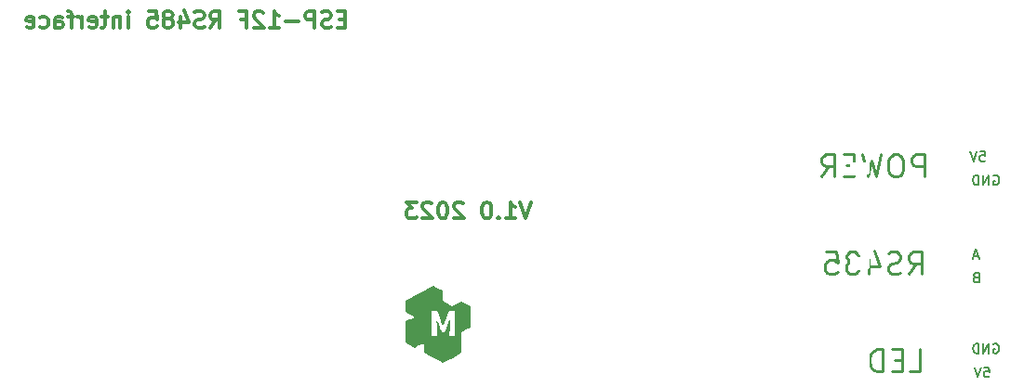
<source format=gbr>
G04 #@! TF.GenerationSoftware,KiCad,Pcbnew,6.0.5+dfsg-1~bpo11+1*
G04 #@! TF.ProjectId,esp8266_pzem16_ac,65737038-3236-4365-9f70-7a656d31365f,rev?*
G04 #@! TF.SameCoordinates,Original*
G04 #@! TF.FileFunction,Legend,Bot*
G04 #@! TF.FilePolarity,Positive*
%FSLAX46Y46*%
G04 Gerber Fmt 4.6, Leading zero omitted, Abs format (unit mm)*
%MOMM*%
%LPD*%
G01*
G04 APERTURE LIST*
%ADD10C,0.250000*%
%ADD11C,0.150000*%
%ADD12C,0.300000*%
%ADD13O,1.750000X1.200000*%
%ADD14C,2.700000*%
G04 APERTURE END LIST*
D10*
X128139309Y-61229761D02*
X128139309Y-59229761D01*
X127377404Y-59229761D01*
X127186928Y-59325000D01*
X127091690Y-59420238D01*
X126996452Y-59610714D01*
X126996452Y-59896428D01*
X127091690Y-60086904D01*
X127186928Y-60182142D01*
X127377404Y-60277380D01*
X128139309Y-60277380D01*
X125758357Y-59229761D02*
X125377404Y-59229761D01*
X125186928Y-59325000D01*
X124996452Y-59515476D01*
X124901214Y-59896428D01*
X124901214Y-60563095D01*
X124996452Y-60944047D01*
X125186928Y-61134523D01*
X125377404Y-61229761D01*
X125758357Y-61229761D01*
X125948833Y-61134523D01*
X126139309Y-60944047D01*
X126234547Y-60563095D01*
X126234547Y-59896428D01*
X126139309Y-59515476D01*
X125948833Y-59325000D01*
X125758357Y-59229761D01*
X124234547Y-59229761D02*
X123758357Y-61229761D01*
X123377404Y-59801190D01*
X122996452Y-61229761D01*
X122520261Y-59229761D01*
X121758357Y-60182142D02*
X121091690Y-60182142D01*
X120805976Y-61229761D02*
X121758357Y-61229761D01*
X121758357Y-59229761D01*
X120805976Y-59229761D01*
X118805976Y-61229761D02*
X119472642Y-60277380D01*
X119948833Y-61229761D02*
X119948833Y-59229761D01*
X119186928Y-59229761D01*
X118996452Y-59325000D01*
X118901214Y-59420238D01*
X118805976Y-59610714D01*
X118805976Y-59896428D01*
X118901214Y-60086904D01*
X118996452Y-60182142D01*
X119186928Y-60277380D01*
X119948833Y-60277380D01*
X126805928Y-79009761D02*
X127758309Y-79009761D01*
X127758309Y-77009761D01*
X126139261Y-77962142D02*
X125472595Y-77962142D01*
X125186880Y-79009761D02*
X126139261Y-79009761D01*
X126139261Y-77009761D01*
X125186880Y-77009761D01*
X124329738Y-79009761D02*
X124329738Y-77009761D01*
X123853547Y-77009761D01*
X123567833Y-77105000D01*
X123377357Y-77295476D01*
X123282119Y-77485952D01*
X123186880Y-77866904D01*
X123186880Y-78152619D01*
X123282119Y-78533571D01*
X123377357Y-78724047D01*
X123567833Y-78914523D01*
X123853547Y-79009761D01*
X124329738Y-79009761D01*
X126742452Y-70119761D02*
X127409119Y-69167380D01*
X127885309Y-70119761D02*
X127885309Y-68119761D01*
X127123404Y-68119761D01*
X126932928Y-68215000D01*
X126837690Y-68310238D01*
X126742452Y-68500714D01*
X126742452Y-68786428D01*
X126837690Y-68976904D01*
X126932928Y-69072142D01*
X127123404Y-69167380D01*
X127885309Y-69167380D01*
X125980547Y-70024523D02*
X125694833Y-70119761D01*
X125218642Y-70119761D01*
X125028166Y-70024523D01*
X124932928Y-69929285D01*
X124837690Y-69738809D01*
X124837690Y-69548333D01*
X124932928Y-69357857D01*
X125028166Y-69262619D01*
X125218642Y-69167380D01*
X125599595Y-69072142D01*
X125790071Y-68976904D01*
X125885309Y-68881666D01*
X125980547Y-68691190D01*
X125980547Y-68500714D01*
X125885309Y-68310238D01*
X125790071Y-68215000D01*
X125599595Y-68119761D01*
X125123404Y-68119761D01*
X124837690Y-68215000D01*
X123123404Y-68786428D02*
X123123404Y-70119761D01*
X123599595Y-68024523D02*
X124075785Y-69453095D01*
X122837690Y-69453095D01*
X121790071Y-68976904D02*
X121980547Y-68881666D01*
X122075785Y-68786428D01*
X122171023Y-68595952D01*
X122171023Y-68500714D01*
X122075785Y-68310238D01*
X121980547Y-68215000D01*
X121790071Y-68119761D01*
X121409119Y-68119761D01*
X121218642Y-68215000D01*
X121123404Y-68310238D01*
X121028166Y-68500714D01*
X121028166Y-68595952D01*
X121123404Y-68786428D01*
X121218642Y-68881666D01*
X121409119Y-68976904D01*
X121790071Y-68976904D01*
X121980547Y-69072142D01*
X122075785Y-69167380D01*
X122171023Y-69357857D01*
X122171023Y-69738809D01*
X122075785Y-69929285D01*
X121980547Y-70024523D01*
X121790071Y-70119761D01*
X121409119Y-70119761D01*
X121218642Y-70024523D01*
X121123404Y-69929285D01*
X121028166Y-69738809D01*
X121028166Y-69357857D01*
X121123404Y-69167380D01*
X121218642Y-69072142D01*
X121409119Y-68976904D01*
X119218642Y-68119761D02*
X120171023Y-68119761D01*
X120266261Y-69072142D01*
X120171023Y-68976904D01*
X119980547Y-68881666D01*
X119504357Y-68881666D01*
X119313880Y-68976904D01*
X119218642Y-69072142D01*
X119123404Y-69262619D01*
X119123404Y-69738809D01*
X119218642Y-69929285D01*
X119313880Y-70024523D01*
X119504357Y-70119761D01*
X119980547Y-70119761D01*
X120171023Y-70024523D01*
X120266261Y-69929285D01*
D11*
X134471785Y-76512000D02*
X134557500Y-76469142D01*
X134686071Y-76469142D01*
X134814642Y-76512000D01*
X134900357Y-76597714D01*
X134943214Y-76683428D01*
X134986071Y-76854857D01*
X134986071Y-76983428D01*
X134943214Y-77154857D01*
X134900357Y-77240571D01*
X134814642Y-77326285D01*
X134686071Y-77369142D01*
X134600357Y-77369142D01*
X134471785Y-77326285D01*
X134428928Y-77283428D01*
X134428928Y-76983428D01*
X134600357Y-76983428D01*
X134043214Y-77369142D02*
X134043214Y-76469142D01*
X133528928Y-77369142D01*
X133528928Y-76469142D01*
X133100357Y-77369142D02*
X133100357Y-76469142D01*
X132886071Y-76469142D01*
X132757500Y-76512000D01*
X132671785Y-76597714D01*
X132628928Y-76683428D01*
X132586071Y-76854857D01*
X132586071Y-76983428D01*
X132628928Y-77154857D01*
X132671785Y-77240571D01*
X132757500Y-77326285D01*
X132886071Y-77369142D01*
X133100357Y-77369142D01*
X133081071Y-68476000D02*
X132652500Y-68476000D01*
X133166785Y-68733142D02*
X132866785Y-67833142D01*
X132566785Y-68733142D01*
X134471785Y-61145000D02*
X134557500Y-61102142D01*
X134686071Y-61102142D01*
X134814642Y-61145000D01*
X134900357Y-61230714D01*
X134943214Y-61316428D01*
X134986071Y-61487857D01*
X134986071Y-61616428D01*
X134943214Y-61787857D01*
X134900357Y-61873571D01*
X134814642Y-61959285D01*
X134686071Y-62002142D01*
X134600357Y-62002142D01*
X134471785Y-61959285D01*
X134428928Y-61916428D01*
X134428928Y-61616428D01*
X134600357Y-61616428D01*
X134043214Y-62002142D02*
X134043214Y-61102142D01*
X133528928Y-62002142D01*
X133528928Y-61102142D01*
X133100357Y-62002142D02*
X133100357Y-61102142D01*
X132886071Y-61102142D01*
X132757500Y-61145000D01*
X132671785Y-61230714D01*
X132628928Y-61316428D01*
X132586071Y-61487857D01*
X132586071Y-61616428D01*
X132628928Y-61787857D01*
X132671785Y-61873571D01*
X132757500Y-61959285D01*
X132886071Y-62002142D01*
X133100357Y-62002142D01*
D12*
X92328285Y-63567571D02*
X91828285Y-65067571D01*
X91328285Y-63567571D01*
X90042571Y-65067571D02*
X90899714Y-65067571D01*
X90471142Y-65067571D02*
X90471142Y-63567571D01*
X90614000Y-63781857D01*
X90756857Y-63924714D01*
X90899714Y-63996142D01*
X89399714Y-64924714D02*
X89328285Y-64996142D01*
X89399714Y-65067571D01*
X89471142Y-64996142D01*
X89399714Y-64924714D01*
X89399714Y-65067571D01*
X88399714Y-63567571D02*
X88256857Y-63567571D01*
X88114000Y-63639000D01*
X88042571Y-63710428D01*
X87971142Y-63853285D01*
X87899714Y-64139000D01*
X87899714Y-64496142D01*
X87971142Y-64781857D01*
X88042571Y-64924714D01*
X88114000Y-64996142D01*
X88256857Y-65067571D01*
X88399714Y-65067571D01*
X88542571Y-64996142D01*
X88614000Y-64924714D01*
X88685428Y-64781857D01*
X88756857Y-64496142D01*
X88756857Y-64139000D01*
X88685428Y-63853285D01*
X88614000Y-63710428D01*
X88542571Y-63639000D01*
X88399714Y-63567571D01*
X86185428Y-63710428D02*
X86114000Y-63639000D01*
X85971142Y-63567571D01*
X85614000Y-63567571D01*
X85471142Y-63639000D01*
X85399714Y-63710428D01*
X85328285Y-63853285D01*
X85328285Y-63996142D01*
X85399714Y-64210428D01*
X86256857Y-65067571D01*
X85328285Y-65067571D01*
X84399714Y-63567571D02*
X84256857Y-63567571D01*
X84114000Y-63639000D01*
X84042571Y-63710428D01*
X83971142Y-63853285D01*
X83899714Y-64139000D01*
X83899714Y-64496142D01*
X83971142Y-64781857D01*
X84042571Y-64924714D01*
X84114000Y-64996142D01*
X84256857Y-65067571D01*
X84399714Y-65067571D01*
X84542571Y-64996142D01*
X84614000Y-64924714D01*
X84685428Y-64781857D01*
X84756857Y-64496142D01*
X84756857Y-64139000D01*
X84685428Y-63853285D01*
X84614000Y-63710428D01*
X84542571Y-63639000D01*
X84399714Y-63567571D01*
X83328285Y-63710428D02*
X83256857Y-63639000D01*
X83114000Y-63567571D01*
X82756857Y-63567571D01*
X82614000Y-63639000D01*
X82542571Y-63710428D01*
X82471142Y-63853285D01*
X82471142Y-63996142D01*
X82542571Y-64210428D01*
X83399714Y-65067571D01*
X82471142Y-65067571D01*
X81971142Y-63567571D02*
X81042571Y-63567571D01*
X81542571Y-64139000D01*
X81328285Y-64139000D01*
X81185428Y-64210428D01*
X81114000Y-64281857D01*
X81042571Y-64424714D01*
X81042571Y-64781857D01*
X81114000Y-64924714D01*
X81185428Y-64996142D01*
X81328285Y-65067571D01*
X81756857Y-65067571D01*
X81899714Y-64996142D01*
X81971142Y-64924714D01*
D11*
X133244642Y-58943142D02*
X133673214Y-58943142D01*
X133716071Y-59371714D01*
X133673214Y-59328857D01*
X133587500Y-59286000D01*
X133373214Y-59286000D01*
X133287500Y-59328857D01*
X133244642Y-59371714D01*
X133201785Y-59457428D01*
X133201785Y-59671714D01*
X133244642Y-59757428D01*
X133287500Y-59800285D01*
X133373214Y-59843142D01*
X133587500Y-59843142D01*
X133673214Y-59800285D01*
X133716071Y-59757428D01*
X132944642Y-58943142D02*
X132644642Y-59843142D01*
X132344642Y-58943142D01*
D12*
X75460000Y-46882857D02*
X74960000Y-46882857D01*
X74745714Y-47668571D02*
X75460000Y-47668571D01*
X75460000Y-46168571D01*
X74745714Y-46168571D01*
X74174285Y-47597142D02*
X73960000Y-47668571D01*
X73602857Y-47668571D01*
X73460000Y-47597142D01*
X73388571Y-47525714D01*
X73317142Y-47382857D01*
X73317142Y-47240000D01*
X73388571Y-47097142D01*
X73460000Y-47025714D01*
X73602857Y-46954285D01*
X73888571Y-46882857D01*
X74031428Y-46811428D01*
X74102857Y-46740000D01*
X74174285Y-46597142D01*
X74174285Y-46454285D01*
X74102857Y-46311428D01*
X74031428Y-46240000D01*
X73888571Y-46168571D01*
X73531428Y-46168571D01*
X73317142Y-46240000D01*
X72674285Y-47668571D02*
X72674285Y-46168571D01*
X72102857Y-46168571D01*
X71960000Y-46240000D01*
X71888571Y-46311428D01*
X71817142Y-46454285D01*
X71817142Y-46668571D01*
X71888571Y-46811428D01*
X71960000Y-46882857D01*
X72102857Y-46954285D01*
X72674285Y-46954285D01*
X71174285Y-47097142D02*
X70031428Y-47097142D01*
X68531428Y-47668571D02*
X69388571Y-47668571D01*
X68960000Y-47668571D02*
X68960000Y-46168571D01*
X69102857Y-46382857D01*
X69245714Y-46525714D01*
X69388571Y-46597142D01*
X67960000Y-46311428D02*
X67888571Y-46240000D01*
X67745714Y-46168571D01*
X67388571Y-46168571D01*
X67245714Y-46240000D01*
X67174285Y-46311428D01*
X67102857Y-46454285D01*
X67102857Y-46597142D01*
X67174285Y-46811428D01*
X68031428Y-47668571D01*
X67102857Y-47668571D01*
X65960000Y-46882857D02*
X66460000Y-46882857D01*
X66460000Y-47668571D02*
X66460000Y-46168571D01*
X65745714Y-46168571D01*
X63174285Y-47668571D02*
X63674285Y-46954285D01*
X64031428Y-47668571D02*
X64031428Y-46168571D01*
X63460000Y-46168571D01*
X63317142Y-46240000D01*
X63245714Y-46311428D01*
X63174285Y-46454285D01*
X63174285Y-46668571D01*
X63245714Y-46811428D01*
X63317142Y-46882857D01*
X63460000Y-46954285D01*
X64031428Y-46954285D01*
X62602857Y-47597142D02*
X62388571Y-47668571D01*
X62031428Y-47668571D01*
X61888571Y-47597142D01*
X61817142Y-47525714D01*
X61745714Y-47382857D01*
X61745714Y-47240000D01*
X61817142Y-47097142D01*
X61888571Y-47025714D01*
X62031428Y-46954285D01*
X62317142Y-46882857D01*
X62460000Y-46811428D01*
X62531428Y-46740000D01*
X62602857Y-46597142D01*
X62602857Y-46454285D01*
X62531428Y-46311428D01*
X62460000Y-46240000D01*
X62317142Y-46168571D01*
X61960000Y-46168571D01*
X61745714Y-46240000D01*
X60460000Y-46668571D02*
X60460000Y-47668571D01*
X60817142Y-46097142D02*
X61174285Y-47168571D01*
X60245714Y-47168571D01*
X59460000Y-46811428D02*
X59602857Y-46740000D01*
X59674285Y-46668571D01*
X59745714Y-46525714D01*
X59745714Y-46454285D01*
X59674285Y-46311428D01*
X59602857Y-46240000D01*
X59460000Y-46168571D01*
X59174285Y-46168571D01*
X59031428Y-46240000D01*
X58960000Y-46311428D01*
X58888571Y-46454285D01*
X58888571Y-46525714D01*
X58960000Y-46668571D01*
X59031428Y-46740000D01*
X59174285Y-46811428D01*
X59460000Y-46811428D01*
X59602857Y-46882857D01*
X59674285Y-46954285D01*
X59745714Y-47097142D01*
X59745714Y-47382857D01*
X59674285Y-47525714D01*
X59602857Y-47597142D01*
X59460000Y-47668571D01*
X59174285Y-47668571D01*
X59031428Y-47597142D01*
X58960000Y-47525714D01*
X58888571Y-47382857D01*
X58888571Y-47097142D01*
X58960000Y-46954285D01*
X59031428Y-46882857D01*
X59174285Y-46811428D01*
X57531428Y-46168571D02*
X58245714Y-46168571D01*
X58317142Y-46882857D01*
X58245714Y-46811428D01*
X58102857Y-46740000D01*
X57745714Y-46740000D01*
X57602857Y-46811428D01*
X57531428Y-46882857D01*
X57460000Y-47025714D01*
X57460000Y-47382857D01*
X57531428Y-47525714D01*
X57602857Y-47597142D01*
X57745714Y-47668571D01*
X58102857Y-47668571D01*
X58245714Y-47597142D01*
X58317142Y-47525714D01*
X55674285Y-47668571D02*
X55674285Y-46668571D01*
X55674285Y-46168571D02*
X55745714Y-46240000D01*
X55674285Y-46311428D01*
X55602857Y-46240000D01*
X55674285Y-46168571D01*
X55674285Y-46311428D01*
X54960000Y-46668571D02*
X54960000Y-47668571D01*
X54960000Y-46811428D02*
X54888571Y-46740000D01*
X54745714Y-46668571D01*
X54531428Y-46668571D01*
X54388571Y-46740000D01*
X54317142Y-46882857D01*
X54317142Y-47668571D01*
X53817142Y-46668571D02*
X53245714Y-46668571D01*
X53602857Y-46168571D02*
X53602857Y-47454285D01*
X53531428Y-47597142D01*
X53388571Y-47668571D01*
X53245714Y-47668571D01*
X52174285Y-47597142D02*
X52317142Y-47668571D01*
X52602857Y-47668571D01*
X52745714Y-47597142D01*
X52817142Y-47454285D01*
X52817142Y-46882857D01*
X52745714Y-46740000D01*
X52602857Y-46668571D01*
X52317142Y-46668571D01*
X52174285Y-46740000D01*
X52102857Y-46882857D01*
X52102857Y-47025714D01*
X52817142Y-47168571D01*
X51460000Y-47668571D02*
X51460000Y-46668571D01*
X51460000Y-46954285D02*
X51388571Y-46811428D01*
X51317142Y-46740000D01*
X51174285Y-46668571D01*
X51031428Y-46668571D01*
X50745714Y-46668571D02*
X50174285Y-46668571D01*
X50531428Y-47668571D02*
X50531428Y-46382857D01*
X50460000Y-46240000D01*
X50317142Y-46168571D01*
X50174285Y-46168571D01*
X49031428Y-47668571D02*
X49031428Y-46882857D01*
X49102857Y-46740000D01*
X49245714Y-46668571D01*
X49531428Y-46668571D01*
X49674285Y-46740000D01*
X49031428Y-47597142D02*
X49174285Y-47668571D01*
X49531428Y-47668571D01*
X49674285Y-47597142D01*
X49745714Y-47454285D01*
X49745714Y-47311428D01*
X49674285Y-47168571D01*
X49531428Y-47097142D01*
X49174285Y-47097142D01*
X49031428Y-47025714D01*
X47674285Y-47597142D02*
X47817142Y-47668571D01*
X48102857Y-47668571D01*
X48245714Y-47597142D01*
X48317142Y-47525714D01*
X48388571Y-47382857D01*
X48388571Y-46954285D01*
X48317142Y-46811428D01*
X48245714Y-46740000D01*
X48102857Y-46668571D01*
X47817142Y-46668571D01*
X47674285Y-46740000D01*
X46460000Y-47597142D02*
X46602857Y-47668571D01*
X46888571Y-47668571D01*
X47031428Y-47597142D01*
X47102857Y-47454285D01*
X47102857Y-46882857D01*
X47031428Y-46740000D01*
X46888571Y-46668571D01*
X46602857Y-46668571D01*
X46460000Y-46740000D01*
X46388571Y-46882857D01*
X46388571Y-47025714D01*
X47102857Y-47168571D01*
D11*
X132865214Y-70420714D02*
X132736642Y-70463571D01*
X132693785Y-70506428D01*
X132650928Y-70592142D01*
X132650928Y-70720714D01*
X132693785Y-70806428D01*
X132736642Y-70849285D01*
X132822357Y-70892142D01*
X133165214Y-70892142D01*
X133165214Y-69992142D01*
X132865214Y-69992142D01*
X132779500Y-70035000D01*
X132736642Y-70077857D01*
X132693785Y-70163571D01*
X132693785Y-70249285D01*
X132736642Y-70335000D01*
X132779500Y-70377857D01*
X132865214Y-70420714D01*
X133165214Y-70420714D01*
X133625642Y-78628142D02*
X134054214Y-78628142D01*
X134097071Y-79056714D01*
X134054214Y-79013857D01*
X133968500Y-78971000D01*
X133754214Y-78971000D01*
X133668500Y-79013857D01*
X133625642Y-79056714D01*
X133582785Y-79142428D01*
X133582785Y-79356714D01*
X133625642Y-79442428D01*
X133668500Y-79485285D01*
X133754214Y-79528142D01*
X133968500Y-79528142D01*
X134054214Y-79485285D01*
X134097071Y-79442428D01*
X133325642Y-78628142D02*
X133025642Y-79528142D01*
X132725642Y-78628142D01*
G36*
X85236502Y-77779980D02*
G01*
X84989039Y-77914198D01*
X84683769Y-78067419D01*
X84451164Y-78169503D01*
X84328000Y-78203314D01*
X84252817Y-78179285D01*
X84046272Y-78087355D01*
X83755759Y-77943716D01*
X83418667Y-77766334D01*
X82636335Y-77343000D01*
X82635501Y-76898500D01*
X82630202Y-76726556D01*
X82606786Y-76530803D01*
X82571166Y-76455020D01*
X82531338Y-76466367D01*
X82372429Y-76540108D01*
X82151722Y-76659569D01*
X81795778Y-76863098D01*
X81369268Y-76637382D01*
X80942758Y-76411667D01*
X80942297Y-75776667D01*
X83312000Y-75776667D01*
X83841841Y-75776667D01*
X83789980Y-74993500D01*
X83773471Y-74719861D01*
X83767880Y-74469618D01*
X83788917Y-74375457D01*
X83843412Y-74438484D01*
X83938194Y-74659806D01*
X84080093Y-75040532D01*
X84094101Y-75078484D01*
X84222825Y-75365025D01*
X84341063Y-75492032D01*
X84457647Y-75457514D01*
X84581409Y-75259479D01*
X84721179Y-74895934D01*
X84731589Y-74865211D01*
X84834157Y-74577329D01*
X84919922Y-74360970D01*
X84971244Y-74260934D01*
X84982674Y-74273700D01*
X84990989Y-74409428D01*
X84984467Y-74660666D01*
X84963467Y-74993500D01*
X84902690Y-75776667D01*
X85428666Y-75776667D01*
X85428666Y-73490667D01*
X85146987Y-73490667D01*
X85015997Y-73496379D01*
X84915853Y-73535046D01*
X84834330Y-73638523D01*
X84747082Y-73838658D01*
X84629766Y-74167298D01*
X84585282Y-74291550D01*
X84476137Y-74566977D01*
X84387519Y-74750492D01*
X84335325Y-74807527D01*
X84326674Y-74798357D01*
X84265988Y-74672519D01*
X84176978Y-74436140D01*
X84075640Y-74130896D01*
X83992186Y-73869795D01*
X83910219Y-73654071D01*
X83833126Y-73541133D01*
X83735873Y-73497744D01*
X83593427Y-73490667D01*
X83312000Y-73490667D01*
X83312000Y-75776667D01*
X80942297Y-75776667D01*
X80942045Y-75429692D01*
X80941333Y-74447718D01*
X81284090Y-74293156D01*
X81376441Y-74249728D01*
X81571796Y-74144030D01*
X81669456Y-74069651D01*
X81657816Y-74030901D01*
X81537474Y-73931767D01*
X81326699Y-73813483D01*
X80941333Y-73626258D01*
X80943154Y-73113962D01*
X80944975Y-72601667D01*
X82211123Y-71911276D01*
X83477272Y-71220885D01*
X83901924Y-71445609D01*
X84326575Y-71670334D01*
X84328508Y-72136000D01*
X84330440Y-72601667D01*
X85184296Y-73072661D01*
X86022762Y-72616311D01*
X86825666Y-73057503D01*
X86849462Y-74029370D01*
X86873257Y-75001237D01*
X86447295Y-75233074D01*
X86021333Y-75464912D01*
X86020780Y-75776667D01*
X86018003Y-77343000D01*
X85236502Y-77779980D01*
G37*
%LPC*%
G36*
G01*
X122926000Y-61115500D02*
X121676000Y-61115500D01*
G75*
G02*
X121426000Y-60865500I0J250000D01*
G01*
X121426000Y-60165500D01*
G75*
G02*
X121676000Y-59915500I250000J0D01*
G01*
X122926000Y-59915500D01*
G75*
G02*
X123176000Y-60165500I0J-250000D01*
G01*
X123176000Y-60865500D01*
G75*
G02*
X122926000Y-61115500I-250000J0D01*
G01*
G37*
D13*
X122301000Y-58515500D03*
D14*
X55626000Y-73152000D03*
X55626000Y-83058000D03*
X64262000Y-88011000D03*
G36*
G01*
X122926000Y-69751500D02*
X121676000Y-69751500D01*
G75*
G02*
X121426000Y-69501500I0J250000D01*
G01*
X121426000Y-68801500D01*
G75*
G02*
X121676000Y-68551500I250000J0D01*
G01*
X122926000Y-68551500D01*
G75*
G02*
X123176000Y-68801500I0J-250000D01*
G01*
X123176000Y-69501500D01*
G75*
G02*
X122926000Y-69751500I-250000J0D01*
G01*
G37*
D13*
X122301000Y-67151500D03*
G36*
G01*
X122926000Y-78768500D02*
X121676000Y-78768500D01*
G75*
G02*
X121426000Y-78518500I0J250000D01*
G01*
X121426000Y-77818500D01*
G75*
G02*
X121676000Y-77568500I250000J0D01*
G01*
X122926000Y-77568500D01*
G75*
G02*
X123176000Y-77818500I0J-250000D01*
G01*
X123176000Y-78518500D01*
G75*
G02*
X122926000Y-78768500I-250000J0D01*
G01*
G37*
X122301000Y-76168500D03*
D14*
X66294000Y-72263000D03*
M02*

</source>
